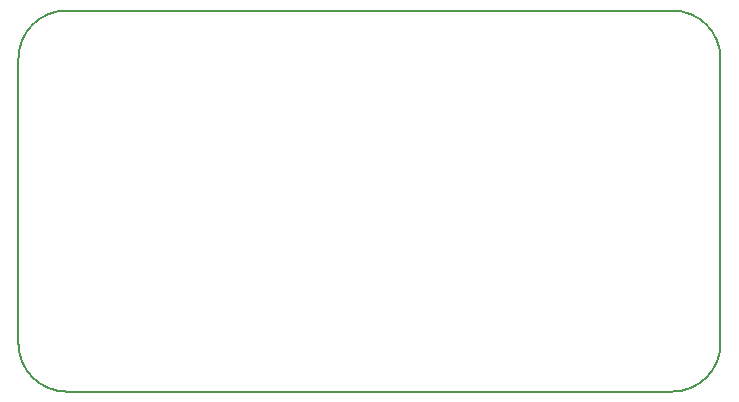
<source format=gbr>
G04 #@! TF.GenerationSoftware,KiCad,Pcbnew,(5.0.1)-3*
G04 #@! TF.CreationDate,2019-12-29T13:00:18-05:00*
G04 #@! TF.ProjectId,ml-ph-board,6D6C2D70682D626F6172642E6B696361,rev?*
G04 #@! TF.SameCoordinates,Original*
G04 #@! TF.FileFunction,Profile,NP*
%FSLAX46Y46*%
G04 Gerber Fmt 4.6, Leading zero omitted, Abs format (unit mm)*
G04 Created by KiCad (PCBNEW (5.0.1)-3) date 12/29/2019 1:00:18 PM*
%MOMM*%
%LPD*%
G01*
G04 APERTURE LIST*
%ADD10C,0.150000*%
G04 APERTURE END LIST*
D10*
X107950000Y-118110000D02*
X159258000Y-118110000D01*
X107950000Y-118110000D02*
G75*
G02X103886000Y-114046000I0J4064000D01*
G01*
X103886000Y-89916000D02*
X103886000Y-114046000D01*
X103886000Y-89916000D02*
G75*
G02X107950000Y-85852000I4064000J0D01*
G01*
X159258000Y-85852000D02*
X107950000Y-85852000D01*
X163322000Y-89916000D02*
X163322000Y-114046000D01*
X163322000Y-114046000D02*
G75*
G02X159258000Y-118110000I-4064000J0D01*
G01*
X159258000Y-85852000D02*
G75*
G02X163322000Y-89916000I0J-4064000D01*
G01*
M02*

</source>
